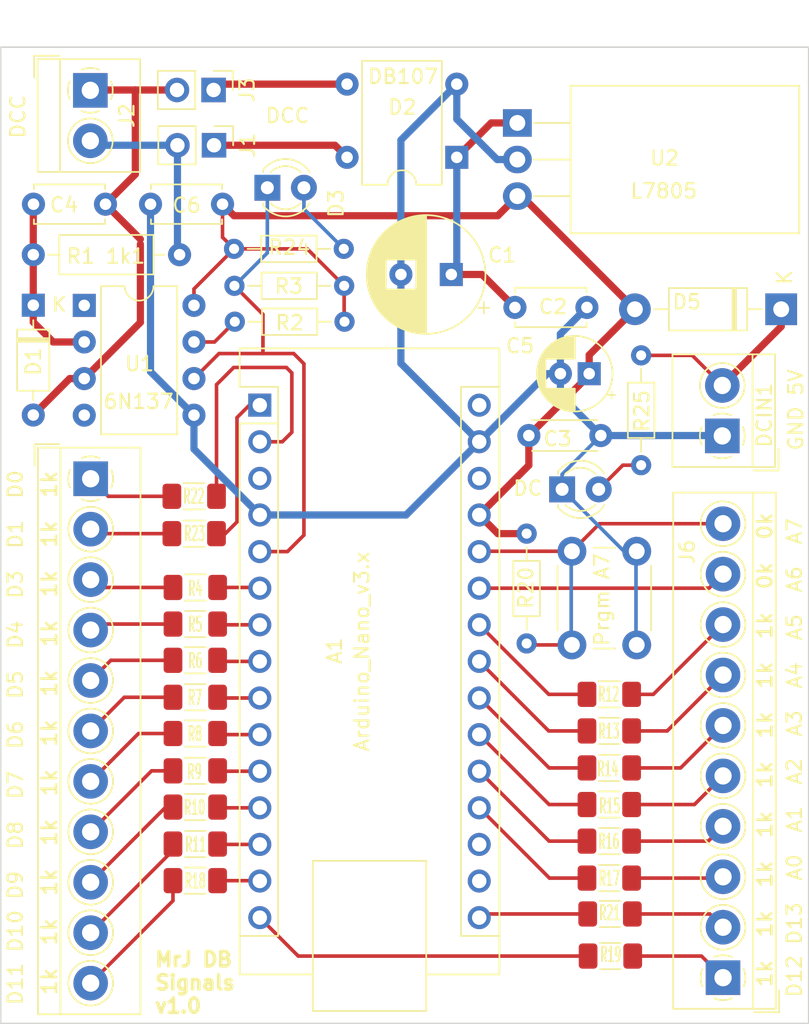
<source format=kicad_pcb>
(kicad_pcb (version 20221018) (generator pcbnew)
  (layers (0 "F.Cu" signal) (31 "B.Cu" signal) (34 "B.Paste" user) (35 "F.Paste" user) (36 "B.SilkS" user "B.Silkscreen") (37 "F.SilkS" user "F.Silkscreen") (38 "B.Mask" user) (39 "F.Mask" user) (44 "Edge.Cuts" user))
  (net 0 "")
  (net 1 "Net-(A1-D1{slash}TX)")
  (net 2 "Net-(A1-D0{slash}RX)")
  (net 4 "Net-(A1-D2)")
  (net 5 "Net-(A1-D3)")
  (net 6 "Net-(A1-D4)")
  (net 7 "Net-(A1-D5)")
  (net 8 "Net-(A1-D6)")
  (net 9 "Net-(A1-D7)")
  (net 10 "Net-(A1-D8)")
  (net 11 "Net-(A1-D9)")
  (net 12 "Net-(A1-D10)")
  (net 13 "Net-(A1-D11)")
  (net 14 "Net-(A1-D12)")
  (net 15 "Net-(A1-D13)")
  (net 18 "Net-(A1-A0)")
  (net 19 "Net-(A1-A1)")
  (net 20 "Net-(A1-A2)")
  (net 21 "Net-(A1-A3)")
  (net 22 "Net-(A1-A4)")
  (net 23 "Net-(A1-A5)")
  (net 24 "Net-(A1-A6)")
  (net 26 "Net-(R2-Pad1)")
  (net 27 "Net-(D2-+)")
  (net 28 "Net-(D1-K)")
  (net 29 "Net-(D1-A)")
  (net 30 "GNDD")
  (net 31 "+5V")
  (net 32 "Net-(J5-Pin_1)")
  (net 33 "Net-(J5-Pin_2)")
  (net 34 "Net-(J5-Pin_3)")
  (net 35 "Net-(J5-Pin_4)")
  (net 36 "Net-(J5-Pin_5)")
  (net 37 "Net-(J5-Pin_6)")
  (net 38 "Net-(J5-Pin_7)")
  (net 39 "Net-(J5-Pin_8)")
  (net 42 "Net-(J5-Pin_9)")
  (net 43 "Net-(J5-Pin_10)")
  (net 44 "Net-(J5-Pin_11)")
  (net 46 "Net-(D3-A)")
  (net 47 "Net-(D4-A)")
  (net 48 "Net-(D5-K)")
  (net 49 "Net-(J3-Pin_1)")
  (net 50 "Net-(J6-Pin_6)")
  (net 51 "Net-(J6-Pin_5)")
  (net 52 "Net-(J6-Pin_4)")
  (net 53 "Net-(J6-Pin_3)")
  (net 54 "Net-(J6-Pin_2)")
  (net 55 "Net-(J6-Pin_1)")
  (net 56 "Net-(J6-Pin_7)")
  (net 57 "Net-(J6-Pin_8)")
  (net 58 "Net-(A1-A7)")
  (net 59 "Net-(J1-Pin_1)")
  (net 60 "Net-(J1-Pin_2)")
  (footprint "Resistor_SMD:R_1206_3216Metric_Pad1.30x1.75mm_HandSolder" (layer "F.Cu") (at 105.1052 139.6492)
    (fp_text reference "R11" (at 0.0246 0.0254) (layer "F.SilkS") (effects (font (size 1 0.5) (thickness 0.125))))
    (fp_text value "1k" hide)
    (pad "1" smd roundrect (at -1.55 0) (size 1.3 1.75) (layers "F.Cu" "F.Paste" "F.Mask") (roundrect_rratio 0.1923076923) (net 43 "Net-(J5-Pin_10)"))
    (pad "2" smd roundrect (at 1.55 0) (size 1.3 1.75) (layers "F.Cu" "F.Paste" "F.Mask") (roundrect_rratio 0.1923076923) (net 12 "Net-(A1-D10)"))
  )
  (footprint "Resistor_SMD:R_1206_3216Metric_Pad1.30x1.75mm_HandSolder" (layer "F.Cu") (at 133.9088 144.5006)
    (fp_text reference "R21" (at -0.0246 -0.0762) (layer "F.SilkS") (effects (font (size 1 0.5) (thickness 0.125))))
    (fp_text value "1k" hide)
    (pad "1" smd roundrect (at -1.55 0) (size 1.3 1.75) (layers "F.Cu" "F.Paste" "F.Mask") (roundrect_rratio 0.1923076923) (net 15 "Net-(A1-D13)"))
    (pad "2" smd roundrect (at 1.55 0) (size 1.3 1.75) (layers "F.Cu" "F.Paste" "F.Mask") (roundrect_rratio 0.1923076923) (net 54 "Net-(J6-Pin_2)"))
  )
  (footprint "Resistor_SMD:R_1206_3216Metric_Pad1.30x1.75mm_HandSolder" (layer "F.Cu") (at 105.029 118.11)
    (fp_text reference "R23" (at 0.0254 0) (layer "F.SilkS") (effects (font (size 1 0.5) (thickness 0.125))))
    (fp_text value "1k" hide)
    (pad "1" smd roundrect (at -1.55 0) (size 1.3 1.75) (layers "F.Cu" "F.Paste" "F.Mask") (roundrect_rratio 0.1923076923) (net 33 "Net-(J5-Pin_2)"))
    (pad "2" smd roundrect (at 1.55 0) (size 1.3 1.75) (layers "F.Cu" "F.Paste" "F.Mask") (roundrect_rratio 0.1923076923) (net 1 "Net-(A1-D1{slash}TX)"))
  )
  (footprint "TerminalBlock_4Ucon:TerminalBlock_4Ucon_1x02_P3.50mm_Horizontal" (layer "F.Cu") (at 141.7066 111.3282 90)
    (fp_text reference "DCIN1" (at 1.4452 2.9194 90) (layer "F.SilkS"))
    (fp_text value "GND 5V" (at 1.8034 5.1054 90) (layer "F.SilkS" knockout))
    (pad "1" thru_hole rect (at 0 0 90) (size 2.4 2.4) (drill 1.2) (layers "*.Cu" "*.Mask") (net 30 "GNDD"))
    (pad "2" thru_hole circle (at 3.5 0 90) (size 2.4 2.4) (drill 1.2) (layers "*.Cu" "*.Mask") (net 48 "Net-(D5-K)"))
  )
  (footprint "Resistor_SMD:R_1206_3216Metric_Pad1.30x1.75mm_HandSolder" (layer "F.Cu") (at 105.029 115.5192)
    (fp_text reference "R22" (at -0.0254 0) (layer "F.SilkS") (effects (font (size 1 0.5))))
    (fp_text value "1k" hide)
    (pad "1" smd roundrect (at -1.55 0) (size 1.3 1.75) (layers "F.Cu" "F.Paste" "F.Mask") (roundrect_rratio 0.1923076923) (net 32 "Net-(J5-Pin_1)"))
    (pad "2" smd roundrect (at 1.55 0) (size 1.3 1.75) (layers "F.Cu" "F.Paste" "F.Mask") (roundrect_rratio 0.1923076923) (net 2 "Net-(A1-D0{slash}RX)"))
  )
  (footprint "Resistor_SMD:R_1206_3216Metric_Pad1.30x1.75mm_HandSolder" (layer "F.Cu") (at 133.858 129.2606 180)
    (fp_text reference "R12" (at 0.0514 0) (layer "F.SilkS") (effects (font (size 1 0.5) (thickness 0.125))))
    (fp_text value "1k" hide)
    (pad "1" smd roundrect (at -1.55 0 180) (size 1.3 1.75) (layers "F.Cu" "F.Paste" "F.Mask") (roundrect_rratio 0.1923076923) (net 57 "Net-(J6-Pin_8)"))
    (pad "2" smd roundrect (at 1.55 0 180) (size 1.3 1.75) (layers "F.Cu" "F.Paste" "F.Mask") (roundrect_rratio 0.1923076923) (net 23 "Net-(A1-A5)"))
  )
  (footprint "Capacitor_THT:C_Disc_D4.7mm_W2.5mm_P5.00mm" (layer "F.Cu") (at 93.8676 95.25)
    (fp_text reference "C4" (at 2.1136 0.0508) (layer "F.SilkS"))
    (fp_text value "220pF")
    (pad "1" thru_hole circle (at 0 0) (size 1.6 1.6) (drill 0.8) (layers "*.Cu" "*.Mask") (net 28 "Net-(D1-K)"))
    (pad "2" thru_hole circle (at 5 0) (size 1.6 1.6) (drill 0.8) (layers "*.Cu" "*.Mask") (net 29 "Net-(D1-A)"))
  )
  (footprint "Resistor_SMD:R_1206_3216Metric_Pad1.30x1.75mm_HandSolder" (layer "F.Cu") (at 105.106 131.9784)
    (fp_text reference "R8" (at -0.0262 0.0254) (layer "F.SilkS") (effects (font (size 1 0.5) (thickness 0.125))))
    (fp_text value "1k" hide)
    (pad "1" smd roundrect (at -1.55 0) (size 1.3 1.75) (layers "F.Cu" "F.Paste" "F.Mask") (roundrect_rratio 0.1923076923) (net 38 "Net-(J5-Pin_7)"))
    (pad "2" smd roundrect (at 1.55 0) (size 1.3 1.75) (layers "F.Cu" "F.Paste" "F.Mask") (roundrect_rratio 0.1923076923) (net 9 "Net-(A1-D7)"))
  )
  (footprint "TerminalBlock_4Ucon:TerminalBlock_4Ucon_1x11_P3.50mm_Horizontal" (layer "F.Cu") (at 97.8392 114.3006 -90)
    (fp_text reference "J5" hide)
    (fp_text value "D11 D10 D9  D8  D7  D6  D5  D4  D3  D1  D0" (at 17.9572 5.2308 90) (layer "F.SilkS" knockout))
    (pad "1" thru_hole rect (at 0 0 270) (size 2.4 2.4) (drill 1.2) (layers "*.Cu" "*.Mask") (net 32 "Net-(J5-Pin_1)"))
    (pad "2" thru_hole circle (at 3.5 0 270) (size 2.4 2.4) (drill 1.2) (layers "*.Cu" "*.Mask") (net 33 "Net-(J5-Pin_2)"))
    (pad "3" thru_hole circle (at 7 0 270) (size 2.4 2.4) (drill 1.2) (layers "*.Cu" "*.Mask") (net 34 "Net-(J5-Pin_3)"))
    (pad "4" thru_hole circle (at 10.5 0 270) (size 2.4 2.4) (drill 1.2) (layers "*.Cu" "*.Mask") (net 35 "Net-(J5-Pin_4)"))
    (pad "5" thru_hole circle (at 14 0 270) (size 2.4 2.4) (drill 1.2) (layers "*.Cu" "*.Mask") (net 36 "Net-(J5-Pin_5)"))
    (pad "6" thru_hole circle (at 17.5 0 270) (size 2.4 2.4) (drill 1.2) (layers "*.Cu" "*.Mask") (net 37 "Net-(J5-Pin_6)"))
    (pad "7" thru_hole circle (at 21 0 270) (size 2.4 2.4) (drill 1.2) (layers "*.Cu" "*.Mask") (net 38 "Net-(J5-Pin_7)"))
    (pad "8" thru_hole circle (at 24.5 0 270) (size 2.4 2.4) (drill 1.2) (layers "*.Cu" "*.Mask") (net 39 "Net-(J5-Pin_8)"))
    (pad "9" thru_hole circle (at 28 0 270) (size 2.4 2.4) (drill 1.2) (layers "*.Cu" "*.Mask") (net 42 "Net-(J5-Pin_9)"))
    (pad "10" thru_hole circle (at 31.5 0 270) (size 2.4 2.4) (drill 1.2) (layers "*.Cu" "*.Mask") (net 43 "Net-(J5-Pin_10)"))
    (pad "11" thru_hole circle (at 35 0 270) (size 2.4 2.4) (drill 1.2) (layers "*.Cu" "*.Mask") (net 44 "Net-(J5-Pin_11)"))
  )
  (footprint "Capacitor_THT:C_Disc_D4.7mm_W2.5mm_P5.00mm" (layer "F.Cu") (at 106.9956 95.25 180)
    (fp_text reference "C6" (at 2.5 -0.0762) (layer "F.SilkS"))
    (fp_text value "100nF")
    (pad "1" thru_hole circle (at 0 0 180) (size 1.6 1.6) (drill 0.8) (layers "*.Cu" "*.Mask") (net 31 "+5V"))
    (pad "2" thru_hole circle (at 5 0 180) (size 1.6 1.6) (drill 0.8) (layers "*.Cu" "*.Mask") (net 30 "GNDD"))
  )
  (footprint "Resistor_SMD:R_1206_3216Metric_Pad1.30x1.75mm_HandSolder" (layer "F.Cu") (at 105.1052 142.1892 180)
    (fp_text reference "R18" (at 0 -0.0254) (layer "F.SilkS") (effects (font (size 1 0.5) (thickness 0.125))))
    (fp_text value "1k" hide)
    (pad "1" smd roundrect (at -1.55 0 180) (size 1.3 1.75) (layers "F.Cu" "F.Paste" "F.Mask") (roundrect_rratio 0.1923076923) (net 13 "Net-(A1-D11)"))
    (pad "2" smd roundrect (at 1.55 0 180) (size 1.3 1.75) (layers "F.Cu" "F.Paste" "F.Mask") (roundrect_rratio 0.1923076923) (net 44 "Net-(J5-Pin_11)"))
  )
  (footprint "Package_DIP:DIP-8_W7.62mm" (layer "F.Cu") (at 97.3936 102.2704)
    (fp_text reference "U1" (at 3.8354 4.054) (layer "F.SilkS"))
    (fp_text value "6N137" (at 3.7746 6.6702) (layer "F.SilkS"))
    (pad "1" thru_hole rect (at 0 0) (size 1.6 1.6) (drill 0.8) (layers "*.Cu" "*.Mask"))
    (pad "2" thru_hole oval (at 0 2.54) (size 1.6 1.6) (drill 0.8) (layers "*.Cu" "*.Mask") (net 28 "Net-(D1-K)"))
    (pad "3" thru_hole oval (at 0 5.08) (size 1.6 1.6) (drill 0.8) (layers "*.Cu" "*.Mask") (net 29 "Net-(D1-A)"))
    (pad "4" thru_hole oval (at 0 7.62) (size 1.6 1.6) (drill 0.8) (layers "*.Cu" "*.Mask"))
    (pad "5" thru_hole oval (at 7.62 7.62) (size 1.6 1.6) (drill 0.8) (layers "*.Cu" "*.Mask") (net 30 "GNDD"))
    (pad "6" thru_hole oval (at 7.62 5.08) (size 1.6 1.6) (drill 0.8) (layers "*.Cu" "*.Mask") (net 4 "Net-(A1-D2)"))
    (pad "7" thru_hole oval (at 7.62 2.54) (size 1.6 1.6) (drill 0.8) (layers "*.Cu" "*.Mask") (net 26 "Net-(R2-Pad1)"))
    (pad "8" thru_hole oval (at 7.62 0) (size 1.6 1.6) (drill 0.8) (layers "*.Cu" "*.Mask") (net 31 "+5V"))
  )
  (footprint "Resistor_SMD:R_1206_3216Metric_Pad1.30x1.75mm_HandSolder" (layer "F.Cu") (at 133.858 131.8006 180)
    (fp_text reference "R13" (at 0.026 -0.0254) (layer "F.SilkS") (effects (font (size 1 0.5) (thickness 0.125))))
    (fp_text value "1k" hide)
    (pad "1" smd roundrect (at -1.55 0 180) (size 1.3 1.75) (layers "F.Cu" "F.Paste" "F.Mask") (roundrect_rratio 0.1923076923) (net 56 "Net-(J6-Pin_7)"))
    (pad "2" smd roundrect (at 1.55 0 180) (size 1.3 1.75) (layers "F.Cu" "F.Paste" "F.Mask") (roundrect_rratio 0.1923076923) (net 22 "Net-(A1-A4)"))
  )
  (footprint "TerminalBlock_4Ucon:TerminalBlock_4Ucon_1x10_P3.50mm_Horizontal" (layer "F.Cu") (at 141.7574 148.9202 90)
    (fp_text reference "J6" (at 29.5402 -2.4892 90) (layer "F.SilkS"))
    (fp_text value "D12 D13  A0  A1  A2  A3  A4  A5  A6  A7" (at 15.2654 4.953 90) (layer "F.SilkS" knockout))
    (pad "1" thru_hole rect (at 0 0 90) (size 2.4 2.4) (drill 1.2) (layers "*.Cu" "*.Mask") (net 55 "Net-(J6-Pin_1)"))
    (pad "2" thru_hole circle (at 3.5 0 90) (size 2.4 2.4) (drill 1.2) (layers "*.Cu" "*.Mask") (net 54 "Net-(J6-Pin_2)"))
    (pad "3" thru_hole circle (at 7 0 90) (size 2.4 2.4) (drill 1.2) (layers "*.Cu" "*.Mask") (net 53 "Net-(J6-Pin_3)"))
    (pad "4" thru_hole circle (at 10.5 0 90) (size 2.4 2.4) (drill 1.2) (layers "*.Cu" "*.Mask") (net 52 "Net-(J6-Pin_4)"))
    (pad "5" thru_hole circle (at 14 0 90) (size 2.4 2.4) (drill 1.2) (layers "*.Cu" "*.Mask") (net 51 "Net-(J6-Pin_5)"))
    (pad "6" thru_hole circle (at 17.5 0 90) (size 2.4 2.4) (drill 1.2) (layers "*.Cu" "*.Mask") (net 50 "Net-(J6-Pin_6)"))
    (pad "7" thru_hole circle (at 21 0 90) (size 2.4 2.4) (drill 1.2) (layers "*.Cu" "*.Mask") (net 56 "Net-(J6-Pin_7)"))
    (pad "8" thru_hole circle (at 24.5 0 90) (size 2.4 2.4) (drill 1.2) (layers "*.Cu" "*.Mask") (net 57 "Net-(J6-Pin_8)"))
    (pad "9" thru_hole circle (at 28 0 90) (size 2.4 2.4) (drill 1.2) (layers "*.Cu" "*.Mask") (net 24 "Net-(A1-A6)"))
    (pad "10" thru_hole circle (at 31.5 0 90) (size 2.4 2.4) (drill 1.2) (layers "*.Cu" "*.Mask") (net 58 "Net-(A1-A7)"))
  )
  (footprint "Connector_PinHeader_2.54mm:PinHeader_1x02_P2.54mm_Vertical" (layer "F.Cu") (at 106.3752 87.3252 -90)
    (fp_text reference "J3" (at 0 -2.33 90) (layer "F.SilkS"))
    (fp_text value "Conn_01x02_Pin")
    (pad "1" thru_hole rect (at 0 0 270) (size 1.7 1.7) (drill 1) (layers "*.Cu" "*.Mask") (net 49 "Net-(J3-Pin_1)"))
    (pad "2" thru_hole oval (at 0 2.54 270) (size 1.7 1.7) (drill 1) (layers "*.Cu" "*.Mask") (net 29 "Net-(D1-A)"))
  )
  (footprint "Diode_THT:Diode_Bridge_DIP-4_W7.62mm_P5.08mm" (layer "F.Cu") (at 123.2662 91.9988 180)
    (fp_text reference "D2" (at 3.7846 3.4798) (layer "F.SilkS"))
    (fp_text value "DB107" (at 3.7338 5.6134) (layer "F.SilkS"))
    (pad "1" thru_hole rect (at 0 0 180) (size 1.6 1.6) (drill 0.8) (layers "*.Cu" "*.Mask") (net 27 "Net-(D2-+)"))
    (pad "2" thru_hole oval (at 0 5.08 180) (size 1.6 1.6) (drill 0.8) (layers "*.Cu" "*.Mask") (net 30 "GNDD"))
    (pad "3" thru_hole oval (at 7.62 5.08 180) (size 1.6 1.6) (drill 0.8) (layers "*.Cu" "*.Mask") (net 49 "Net-(J3-Pin_1)"))
    (pad "4" thru_hole oval (at 7.62 0 180) (size 1.6 1.6) (drill 0.8) (layers "*.Cu" "*.Mask") (net 59 "Net-(J1-Pin_1)"))
  )
  (footprint "Resistor_SMD:R_1206_3216Metric_Pad1.30x1.75mm_HandSolder" (layer "F.Cu") (at 133.858 136.906 180)
    (fp_text reference "R15" (at -0.0248 -0.1016) (layer "F.SilkS") (effects (font (size 1 0.5) (thickness 0.125))))
    (fp_text value "1k" hide)
    (pad "1" smd roundrect (at -1.55 0 180) (size 1.3 1.75) (layers "F.Cu" "F.Paste" "F.Mask") (roundrect_rratio 0.1923076923) (net 51 "Net-(J6-Pin_5)"))
    (pad "2" smd roundrect (at 1.55 0 180) (size 1.3 1.75) (layers "F.Cu" "F.Paste" "F.Mask") (roundrect_rratio 0.1923076923) (net 20 "Net-(A1-A2)"))
  )
  (footprint "Resistor_SMD:R_1206_3216Metric_Pad1.30x1.75mm_HandSolder" (layer "F.Cu") (at 105.106 121.8438)
    (fp_text reference "R4" (at -0.0008 0.0762) (layer "F.SilkS") (effects (font (size 1 0.5) (thickness 0.125))))
    (fp_text value "1k" hide)
    (pad "1" smd roundrect (at -1.55 0) (size 1.3 1.75) (layers "F.Cu" "F.Paste" "F.Mask") (roundrect_rratio 0.1923076923) (net 34 "Net-(J5-Pin_3)"))
    (pad "2" smd roundrect (at 1.55 0) (size 1.3 1.75) (layers "F.Cu" "F.Paste" "F.Mask") (roundrect_rratio 0.1923076923) (net 5 "Net-(A1-D3)"))
  )
  (footprint "Resistor_SMD:R_1206_3216Metric_Pad1.30x1.75mm_HandSolder" (layer "F.Cu") (at 105.106 126.8984)
    (fp_text reference "R6" (at 0 0.0254) (layer "F.SilkS") (effects (font (size 1 0.5) (thickness 0.125))))
    (fp_text value "1k" hide)
    (pad "1" smd roundrect (at -1.55 0) (size 1.3 1.75) (layers "F.Cu" "F.Paste" "F.Mask") (roundrect_rratio 0.1923076923) (net 36 "Net-(J5-Pin_5)"))
    (pad "2" smd roundrect (at 1.55 0) (size 1.3 1.75) (layers "F.Cu" "F.Paste" "F.Mask") (roundrect_rratio 0.1923076923) (net 7 "Net-(A1-D5)"))
  )
  (footprint "Resistor_SMD:R_1206_3216Metric_Pad1.30x1.75mm_HandSolder" (layer "F.Cu") (at 133.858 134.366 180)
    (fp_text reference "R14" (at 0.1022 -0.0762) (layer "F.SilkS") (effects (font (size 1 0.5) (thickness 0.125))))
    (fp_text value "1k" hide)
    (pad "1" smd roundrect (at -1.55 0 180) (size 1.3 1.75) (layers "F.Cu" "F.Paste" "F.Mask") (roundrect_rratio 0.1923076923) (net 50 "Net-(J6-Pin_6)"))
    (pad "2" smd roundrect (at 1.55 0 180) (size 1.3 1.75) (layers "F.Cu" "F.Paste" "F.Mask") (roundrect_rratio 0.1923076923) (net 21 "Net-(A1-A3)"))
  )
  (footprint "Resistor_SMD:R_1206_3216Metric_Pad1.30x1.75mm_HandSolder" (layer "F.Cu") (at 105.106 124.3838)
    (fp_text reference "R5" (at 0 0.0254) (layer "F.SilkS") (effects (font (size 1 0.5) (thickness 0.125))))
    (fp_text value "1k" hide)
    (pad "1" smd roundrect (at -1.55 0) (size 1.3 1.75) (layers "F.Cu" "F.Paste" "F.Mask") (roundrect_rratio 0.1923076923) (net 35 "Net-(J5-Pin_4)"))
    (pad "2" smd roundrect (at 1.55 0) (size 1.3 1.75) (layers "F.Cu" "F.Paste" "F.Mask") (roundrect_rratio 0.1923076923) (net 6 "Net-(A1-D4)"))
  )
  (footprint "Resistor_SMD:R_1206_3216Metric_Pad1.30x1.75mm_HandSolder" (layer "F.Cu") (at 133.858 139.446 180)
    (fp_text reference "R16" (at 0.026 -0.0254) (layer "F.SilkS") (effects (font (size 1 0.5) (thickness 0.125))))
    (fp_text value "1k" hide)
    (pad "1" smd roundrect (at -1.55 0 180) (size 1.3 1.75) (layers "F.Cu" "F.Paste" "F.Mask") (roundrect_rratio 0.1923076923) (net 52 "Net-(J6-Pin_4)"))
    (pad "2" smd roundrect (at 1.55 0 180) (size 1.3 1.75) (layers "F.Cu" "F.Paste" "F.Mask") (roundrect_rratio 0.1923076923) (net 19 "Net-(A1-A1)"))
  )
  (footprint "Resistor_SMD:R_1206_3216Metric_Pad1.30x1.75mm_HandSolder" (layer "F.Cu") (at 105.106 134.5692)
    (fp_text reference "R9" (at -0.0516 0.0762) (layer "F.SilkS") (effects (font (size 1 0.5) (thickness 0.125))))
    (fp_text value "1k" hide)
    (pad "1" smd roundrect (at -1.55 0) (size 1.3 1.75) (layers "F.Cu" "F.Paste" "F.Mask") (roundrect_rratio 0.1923076923) (net 39 "Net-(J5-Pin_8)"))
    (pad "2" smd roundrect (at 1.55 0) (size 1.3 1.75) (layers "F.Cu" "F.Paste" "F.Mask") (roundrect_rratio 0.1923076923) (net 10 "Net-(A1-D8)"))
  )
  (footprint "Connector_PinHeader_2.54mm:PinHeader_1x02_P2.54mm_Vertical" (layer "F.Cu") (at 106.4056 91.1606 -90)
    (fp_text reference "J1" (at 0 -2.33 90) (layer "F.SilkS"))
    (fp_text value "Conn_01x02_Pin")
    (pad "1" thru_hole rect (at 0 0 270) (size 1.7 1.7) (drill 1) (layers "*.Cu" "*.Mask") (net 59 "Net-(J1-Pin_1)"))
    (pad "2" thru_hole oval (at 0 2.54 270) (size 1.7 1.7) (drill 1) (layers "*.Cu" "*.Mask") (net 60 "Net-(J1-Pin_2)"))
  )
  (footprint "Resistor_SMD:R_1206_3216Metric_Pad1.30x1.75mm_HandSolder" (layer "F.Cu") (at 133.858 142.0114 180)
    (fp_text reference "R17" (at 0.0006 -0.0254) (layer "F.SilkS") (effects (font (size 1 0.5) (thickness 0.125))))
    (fp_text value "1k" hide)
    (pad "1" smd roundrect (at -1.55 0 180) (size 1.3 1.75) (layers "F.Cu" "F.Paste" "F.Mask") (roundrect_rratio 0.1923076923) (net 53 "Net-(J6-Pin_3)"))
    (pad "2" smd roundrect (at 1.55 0 180) (size 1.3 1.75) (layers "F.Cu" "F.Paste" "F.Mask") (roundrect_rratio 0.1923076923) (net 18 "Net-(A1-A0)"))
  )
  (footprint "TerminalBlock_4Ucon:TerminalBlock_4Ucon_1x02_P3.50mm_Horizontal" (layer "F.Cu") (at 97.8154 87.3506 -90)
    (fp_text reference "J2" (at 1.7474 -2.54 90) (layer "F.SilkS"))
    (fp_text value "DCC" (at 1.8236 5.0292 90) (layer "F.SilkS" knockout))
    (pad "1" thru_hole rect (at 0 0 270) (size 2.4 2.4) (drill 1.2) (layers "*.Cu" "*.Mask") (net 29 "Net-(D1-A)"))
    (pad "2" thru_hole circle (at 3.5 0 270) (size 2.4 2.4) (drill 1.2) (layers "*.Cu" "*.Mask") (net 60 "Net-(J1-Pin_2)"))
  )
  (footprint "Resistor_THT:R_Axial_DIN0204_L3.6mm_D1.6mm_P7.62mm_Horizontal" (layer "F.Cu") (at 107.8484 103.4034)
    (fp_text reference "R2" (at 3.81 0.0762) (layer "F.SilkS"))
    (fp_text value "10k" hide)
    (pad "1" thru_hole circle (at 0 0) (size 1.4 1.4) (drill 0.7) (layers "*.Cu" "*.Mask") (net 26 "Net-(R2-Pad1)"))
    (pad "2" thru_hole oval (at 7.62 0) (size 1.4 1.4) (drill 0.7) (layers "*.Cu" "*.Mask") (net 31 "+5V"))
  )
  (footprint "Diode_THT:D_DO-41_SOD81_P10.16mm_Horizontal" (layer "F.Cu") (at 145.796 102.5398 180)
    (fp_text reference "D5" (at 6.5532 0.508) (layer "F.SilkS"))
    (fp_text value "1N5817" hide)
    (fp_text user "K" (at -0.2286 2.2098 90) (layer "F.SilkS"))
    (pad "1" thru_hole rect (at 0 0 180) (size 2.2 2.2) (drill 1.1) (layers "*.Cu" "*.Mask") (net 48 "Net-(D5-K)"))
    (pad "2" thru_hole oval (at 10.16 0 180) (size 2.2 2.2) (drill 1.1) (layers "*.Cu" "*.Mask") (net 31 "+5V"))
  )
  (footprint "Capacitor_THT:CP_Radial_D5.0mm_P2.00mm" (layer "F.Cu") (at 132.461 107.0102 180)
    (fp_text reference "C5" (at 4.8006 1.9304) (layer "F.SilkS"))
    (fp_text value "47µF")
    (pad "1" thru_hole rect (at 0 0 180) (size 1.6 1.6) (drill 0.8) (layers "*.Cu" "*.Mask") (net 31 "+5V"))
    (pad "2" thru_hole circle (at 2 0 180) (size 1.6 1.6) (drill 0.8) (layers "*.Cu" "*.Mask") (net 30 "GNDD"))
  )
  (footprint "Capacitor_THT:CP_Radial_D8.0mm_P3.50mm" (layer "F.Cu") (at 122.8852 100.1268 180)
    (fp_text reference "C1" (at -3.5306 1.3462 180) (layer "F.SilkS"))
    (fp_text value "470µF")
    (pad "1" thru_hole rect (at 0 0 180) (size 1.6 1.6) (drill 0.8) (layers "*.Cu" "*.Mask") (net 27 "Net-(D2-+)"))
    (pad "2" thru_hole circle (at 3.5 0 180) (size 1.6 1.6) (drill 0.8) (layers "*.Cu" "*.Mask") (net 30 "GNDD"))
  )
  (footprint "Resistor_THT:R_Axial_DIN0204_L3.6mm_D1.6mm_P7.62mm_Horizontal" (layer "F.Cu") (at 128.1176 118.11 -90)
    (fp_text reference "R20" (at 3.7592 0.0508 90) (layer "F.SilkS"))
    (fp_text value "10k" hide)
    (pad "1" thru_hole circle (at 0 0 270) (size 1.4 1.4) (drill 0.7) (layers "*.Cu" "*.Mask") (net 31 "+5V"))
    (pad "2" thru_hole oval (at 7.62 0 270) (size 1.4 1.4) (drill 0.7) (layers "*.Cu" "*.Mask") (net 58 "Net-(A1-A7)"))
  )
  (footprint "Resistor_THT:R_Axial_DIN0207_L6.3mm_D2.5mm_P10.16mm_Horizontal" (layer "F.Cu") (at 93.853 98.7552)
    (fp_text reference "R1" (at 3.302 0.1016) (layer "F.SilkS"))
    (fp_text value "1k1" (at 6.4008 0.1016) (layer "F.SilkS"))
    (pad "1" thru_hole circle (at 0 0) (size 1.6 1.6) (drill 0.8) (layers "*.Cu" "*.Mask") (net 28 "Net-(D1-K)"))
    (pad "2" thru_hole oval (at 10.16 0) (size 1.6 1.6) (drill 0.8) (layers "*.Cu" "*.Mask") (net 60 "Net-(J1-Pin_2)"))
  )
  (footprint "Module:Arduino_Nano" (layer "F.Cu") (at 109.5856 109.1946)
    (fp_text reference "A1" (at 5.1816 17.038 90) (layer "F.SilkS"))
    (fp_text value "Arduino_Nano_v3.x" (at 7.0866 17.0942 90) (layer "F.SilkS"))
    (pad "1" thru_hole rect (at 0 0) (size 1.6 1.6) (drill 1) (layers "*.Cu" "*.Mask") (net 1 "Net-(A1-D1{slash}TX)"))
    (pad "2" thru_hole oval (at 0 2.54) (size 1.6 1.6) (drill 1) (layers "*.Cu" "*.Mask") (net 2 "Net-(A1-D0{slash}RX)"))
    (pad "3" thru_hole oval (at 0 5.08) (size 1.6 1.6) (drill 1) (layers "*.Cu" "*.Mask"))
    (pad "4" thru_hole oval (at 0 7.62) (size 1.6 1.6) (drill 1) (layers "*.Cu" "*.Mask") (net 30 "GNDD"))
    (pad "5" thru_hole oval (at 0 10.16) (size 1.6 1.6) (drill 1) (layers "*.Cu" "*.Mask") (net 4 "Net-(A1-D2)"))
    (pad "6" thru_hole oval (at 0 12.7) (size 1.6 1.6) (drill 1) (layers "*.Cu" "*.Mask") (net 5 "Net-(A1-D3)"))
    (pad "7" thru_hole oval (at 0 15.24) (size 1.6 1.6) (drill 1) (layers "*.Cu" "*.Mask") (net 6 "Net-(A1-D4)"))
    (pad "8" thru_hole oval (at 0 17.78) (size 1.6 1.6) (drill 1) (layers "*.Cu" "*.Mask") (net 7 "Net-(A1-D5)"))
    (pad "9" thru_hole oval (at 0 20.32) (size 1.6 1.6) (drill 1) (layers "*.Cu" "*.Mask") (net 8 "Net-(A1-D6)"))
    (pad "10" thru_hole oval (at 0 22.86) (size 1.6 1.6) (drill 1) (layers "*.Cu" "*.Mask") (net 9 "Net-(A1-D7)"))
    (pad "11" thru_hole oval (at 0 25.4) (size 1.6 1.6) (drill 1) (layers "*.Cu" "*.Mask") (net 10 "Net-(A1-D8)"))
    (pad "12" thru_hole oval (at 0 27.94) (size 1.6 1.6) (drill 1) (layers "*.Cu" "*.Mask") (net 11 "Net-(A1-D9)"))
    (pad "13" thru_hole oval (at 0 30.48) (size 1.6 1.6) (drill 1) (layers "*.Cu" "*.Mask") (net 12 "Net-(A1-D10)"))
    (pad "14" thru_hole oval (at 0 33.02) (size 1.6 1.6) (drill 1) (layers "*.Cu" "*.Mask") (net 13 "Net-(A1-D11)"))
    (pad "15" thru_hole oval (at 0 35.56) (size 1.6 1.6) (drill 1) (layers "*.Cu" "*.Mask") (net 14 "Net-(A1-D12)"))
    (pad "16" thru_hole oval (at 15.24 35.56) (size 1.6 1.6) (drill 1) (layers "*.Cu" "*.Mask") (net 15 "Net-(A1-D13)"))
    (pad "17" thru_hole oval (at 15.24 33.02) (size 1.6 1.6) (drill 1) (layers "*.Cu" "*.Mask"))
    (pad "18" thru_hole oval (at 15.24 30.48) (size 1.6 1.6) (drill 1) (layers "*.Cu" "*.Mask"))
    (pad "19" thru_hole oval (at 15.24 27.94) (size 1.6 1.6) (drill 1) (layers "*.Cu" "*.Mask") (net 18 "Net-(A1-A0)"))
    (pad "20" thru_hole oval (at 15.24 25.4) (size 1.6 1.6) (drill 1) (layers "*.Cu" "*.Mask") (net 19 "Net-(A1-A1)"))
    (pad "21" thru_hole oval (at 15.24 22.86) (size 1.6 1.6) (drill 1) (layers "*.Cu" "*.Mask") (net 20 "Net-(A1-A2)"))
    (pad "22" thru_hole oval (at 15.24 20.32) (size 1.6 1.6) (drill 1) (layers "*.Cu" "*.Mask") (net 21 "Net-(A1-A3)"))
    (pad "23" thru_hole oval (at 15.24 17.78) (size 1.6 1.6) (drill 1) (layers "*.Cu" "*.Mask") (net 22 "Net-(A1-A4)"))
    (pad "24" thru_hole oval (at 15.24 15.24) (size 1.6 1.6) (drill 1) (layers "*.Cu" "*.Mask") (net 23 "Net-(A1-A5)"))
    (pad "25" thru_hole oval (at 15.24 12.7) (size 1.6 1.6) (drill 1) (layers "*.Cu" "*.Mask") (net 24 "Net-(A1-A6)"))
    (pad "26" thru_hole oval (at 15.24 10.16) (size 1.6 1.6) (drill 1) (layers "*.Cu" "*.Mask") (net 58 "Net-(A1-A7)"))
    (pad "27" thru_hole oval (at 15.24 7.62) (size 1.6 1.6) (drill 1) (layers "*.Cu" "*.Mask") (net 31 "+5V"))
    (pad "28" thru_hole oval (at 15.24 5.08) (size 1.6 1.6) (drill 1) (layers "*.Cu" "*.Mask"))
    (pad "29" thru_hole oval (at 15.24 2.54) (size 1.6 1.6) (drill 1) (layers "*.Cu" "*.Mask") (net 30 "GNDD"))
    (pad "30" thru_hole oval (at 15.24 0) (size 1.6 1.6) (drill 1) (layers "*.Cu" "*.Mask"))
  )
  (footprint "Package_TO_SOT_THT:TO-220-3_Horizontal_TabDown" (layer "F.Cu") (at 127.4728 89.6112 -90)
    (fp_text reference "U2" (at 2.4384 -10.2206) (layer "F.SilkS"))
    (fp_text value "L7805" (at 4.7244 -10.1698) (layer "F.SilkS"))
    (pad "" np_thru_hole oval (at 2.54 -16.66 270) (size 3.5 3.5) (drill 3.5) (layers "*.Cu" "*.Mask"))
    (pad "1" thru_hole rect (at 0 0 270) (size 1.905 2) (drill 1.1) (layers "*.Cu" "*.Mask") (net 27 "Net-(D2-+)"))
    (pad "2" thru_hole oval (at 2.54 0 270) (size 1.905 2) (drill 1.1) (layers "*.Cu" "*.Mask") (net 30 "GNDD"))
    (pad "3" thru_hole oval (at 5.08 0 270) (size 1.905 2) (drill 1.1) (layers "*.Cu" "*.Mask") (net 31 "+5V"))
  )
  (footprint "Resistor_THT:R_Axial_DIN0204_L3.6mm_D1.6mm_P7.62mm_Horizontal" (layer "F.Cu") (at 115.4176 98.3488 180)
    (fp_text reference "R24" (at 3.7846 0.1016) (layer "F.SilkS"))
    (fp_text value "2k" hide)
    (pad "1" thru_hole circle (at 0 0 180) (size 1.4 1.4) (drill 0.7) (layers "*.Cu" "*.Mask") (net 46 "Net-(D3-A)"))
    (pad "2" thru_hole oval (at 7.62 0 180) (size 1.4 1.4) (drill 0.7) (layers "*.Cu" "*.Mask") (net 31 "+5V"))
  )
  (footprint "Resistor_SMD:R_1206_3216Metric_Pad1.30x1.75mm_HandSolder" (layer "F.Cu") (at 133.9342 147.4216)
    (fp_text reference "R19" (at 0.0262 -0.1016) (layer "F.SilkS") (effects (font (size 1 0.5) (thickness 0.125))))
    (fp_text value "1k" hide)
    (pad "1" smd roundrect (at -1.55 0) (size 1.3 1.75) (layers "F.Cu" "F.Paste" "F.Mask") (roundrect_rratio 0.1923076923) (net 14 "Net-(A1-D12)"))
    (pad "2" smd roundrect (at 1.55 0) (size 1.3 1.75) (layers "F.Cu" "F.Paste" "F.Mask") (roundrect_rratio 0.1923076923) (net 55 "Net-(J6-Pin_1)"))
  )
  (footprint "Resistor_SMD:R_1206_3216Metric_Pad1.30x1.75mm_HandSolder" (layer "F.Cu") (at 105.106 129.4638)
    (fp_text reference "R7" (at -0.0262 0.0254) (layer "F.SilkS") (effects (font (size 1 0.5) (thickness 0.125))))
    (fp_text value "1k" hide)
    (pad "1" smd roundrect (at -1.55 0) (size 1.3 1.75) (layers "F.Cu" "F.Paste" "F.Mask") (roundrect_rratio 0.1923076923) (net 37 "Net-(J5-Pin_6)"))
    (pad "2" smd roundrect (at 1.55 0) (size 1.3 1.75) (layers "F.Cu" "F.Paste" "F.Mask") (roundrect_rratio 0.1923076923) (net 8 "Net-(A1-D6)"))
  )
  (footprint "Capacitor_THT:C_Disc_D4.3mm_W1.9mm_P5.00mm" (layer "F.Cu") (at 128.27 111.3028)
    (fp_text reference "C3" (at 1.992 0.2286) (layer "F.SilkS"))
    (fp_text value "100nF" hide)
    (pad "1" thru_hole circle (at 0 0) (size 1.6 1.6) (drill 0.8) (layers "*.Cu" "*.Mask") (net 31 "+5V"))
    (pad "2" thru_hole circle (at 5 0) (size 1.6 1.6) (drill 0.8) (layers "*.Cu" "*.Mask") (net 30 "GNDD"))
  )
  (footprint "LED_THT:LED_D3.0mm" (layer "F.Cu") (at 110.109 94.107)
    (fp_text reference "D3" (at 4.7752 1.0922 90) (layer "F.SilkS"))
    (fp_text value "DCC" (at 1.397 -5.0038 180) (layer "F.SilkS"))
    (pad "1" thru_hole rect (at 0 0) (size 1.8 1.8) (drill 0.9) (layers "*.Cu" "*.Mask") (net 4 "Net-(A1-D2)"))
    (pad "2" thru_hole circle (at 2.54 0) (size 1.8 1.8) (drill 0.9) (layers "*.Cu" "*.Mask") (net 46 "Net-(D3-A)"))
  )
  (footprint "Resistor_THT:R_Axial_DIN0204_L3.6mm_D1.6mm_P7.62mm_Horizontal" (layer "F.Cu") (at 107.823 100.9142)
    (fp_text reference "R3" (at 3.7846 0.0254) (layer "F.SilkS"))
    (fp_text value "10k" hide)
    (pad "1" thru_hole circle (at 0 0) (size 1.4 1.4) (drill 0.7) (layers "*.Cu" "*.Mask") (net 4 "Net-(A1-D2)"))
    (pad "2" thru_hole oval (at 7.62 0) (size 1.4 1.4) (drill 0.7) (layers "*.Cu" "*.Mask") (net 31 "+5V"))
  )
  (footprint "Resistor_THT:R_Axial_DIN0204_L3.6mm_D1.6mm_P7.62mm_Horizontal" (layer "F.Cu") (at 136.0678 113.3602 90)
    (fp_text reference "R25" (at 3.7592 0.0508 90) (layer "F.SilkS"))
    (fp_text value "1k" hide)
    (pad "1" thru_hole circle (at 0 0 90) (size 1.4 1.4) (drill 0.7) (layers "*.Cu" "*.Mask") (net 47 "Net-(D4-A)"))
    (pad "2" thru_hole oval (at 7.62 0 90) (size 1.4 1.4) (drill 0.7) (layers "*.Cu" "*.Mask") (net 48 "Net-(D5-K)"))
  )
  (footprint "Resistor_SMD:R_1206_3216Metric_Pad1.30x1.75mm_HandSolder" (layer "F.Cu") (at 105.1052 137.0838)
    (fp_text reference "R10" (at -0.0516 0.0254) (layer "F.SilkS") (effects (font (size 1 0.5) (thickness 0.125))))
    (fp_text value "1k" hide)
    (pad "1" smd roundrect (at -1.55 0) (size 1.3 1.75) (layers "F.Cu" "F.Paste" "F.Mask") (roundrect_rratio 0.1923076923) (net 42 "Net-(J5-Pin_9)"))
    (pad "2" smd roundrect (at 1.55 0) (size 1.3 1.75) (layers "F.Cu" "F.Paste" "F.Mask") (roundrect_rratio 0.1923076923) (net 11 "Net-(A1-D9)"))
  )
  (footprint "Capacitor_THT:C_Disc_D4.7mm_W2.5mm_P5.00mm" (layer "F.Cu") (at 127.3048 102.4128)
    (fp_text reference "C2" (at 2.6416 -0.0508) (layer "F.SilkS"))
    (fp_text value "100nF")
    (pad "1" thru_hole circle (at 0 0) (size 1.6 1.6) (drill 0.8) (layers "*.Cu" "*.Mask") (net 27 "Net-(D2-+)"))
    (pad "2" thru_hole circle (at 5 0) (size 1.6 1.6) (drill 0.8) (layers "*.Cu" "*.Mask") (net 30 "GNDD"))
  )
  (footprint "LED_THT:LED_D3.0mm" (layer "F.Cu") (at 130.5814 115.0366)
    (fp_text reference "D4" hide)
    (fp_text value "DC" (at -2.3876 -0.0762 180) (layer "F.SilkS"))
    (pad "1" thru_hole rect (at 0 0) (size 1.8 1.8) (drill 0.9) (layers "*.Cu" "*.Mask") (net 30 "GNDD"))
    (pad "2" thru_hole circle (at 2.54 0) (size 1.8 1.8) (drill 0.9) (layers "*.Cu" "*.Mask") (net 47 "Net-(D4-A)"))
  )
  (footprint "Button_Switch_THT:SW_PUSH_6mm_H5mm" (layer "F.Cu") (at 131.263 125.8316 90)
    (fp_text reference "SW1" hide)
    (fp_text value "Prgm A7" (at 3.1496 2.087 90) (layer "F.SilkS" knockout))
    (pad "1" thru_hole circle (at 0 0 180) (size 2 2) (drill 1.1) (layers "*.Cu" "*.Mask") (net 58 "Net-(A1-A7)"))
    (pad "1" thru_hole circle (at 6.5 0 180) (size 2 2) (drill 1.1) (layers "*.Cu" "*.Mask") (net 58 "Net-(A1-A7)"))
    (pad "2" thru_hole circle (at 0 4.5 180) (size 2 2) (drill 1.1) (layers "*.Cu" "*.Mask") (net 30 "GNDD"))
    (pad "2" thru_hole circle (at 6.5 4.5 180) (size 2 2) (drill 1.1) (layers "*.Cu" "*.Mask") (net 30 "GNDD"))
  )
  (footprint "Diode_THT:D_DO-35_SOD27_P7.62mm_Horizontal" (layer "F.Cu") (at 93.853 102.2604 -90)
    (fp_text reference "D1" (at 3.9116 0 90) (layer "F.SilkS"))
    (fp_text value "1N4148" hide)
    (fp_text user "K" (at -0.0508 -1.8034 -180) (layer "F.SilkS"))
    (pad "1" thru_hole rect (at 0 0 270) (size 1.6 1.6) (drill 0.8) (layers "*.Cu" "*.Mask") (net 28 "Net-(D1-K)"))
    (pad "2" thru_hole oval (at 7.62 0 270) (size 1.6 1.6) (drill 0.8) (layers "*.Cu" "*.Mask") (net 29 "Net-(D1-A)"))
  )
  (gr_rect (start 91.5924 84.3534) (end 147.701 152.0952) (stroke (width 0.1)) (fill none) (layer "Edge.Cuts"))
  (gr_text "1k  1k  1k  1k  1k  1k  1k  1k  0k  0k" (at 145.2372 149.6822 90) (layer "F.SilkS") (effects (font (size 1 1.05) (thickness 0.1875) bold) (justify left bottom)))
  (gr_text "MrJ DB\nSignals\nv1.0" (at 102.1842 151.4602) (layer "F.SilkS") (effects (font (size 1 1) (thickness 0.3) bold) (justify left bottom)))
  (gr_text "1k  1k  1k  1k  1k  1k  1k  1k  1k  1k  1k" (at 95.5548 150.241 90) (layer "F.SilkS") (effects (font (size 1 1.05) (thickness 0.1875) bold) (justify left bottom)))
  (segment (start 108.0008 110.0582) (end 108.8644 109.1946) (width 0.25) (layer "F.Cu") (net 1))
  (segment (start 106.579 118.11) (end 107.188 118.11) (width 0.25) (layer "F.Cu") (net 1))
  (segment (start 107.188 118.11) (end 108.0008 117.2972) (width 0.25) (layer "F.Cu") (net 1))
  (segment (start 108.0008 117.2972) (end 108.0008 110.0582) (width 0.25) (layer "F.Cu") (net 1))
  (segment (start 108.8644 109.1946) (end 109.5856 109.1946) (width 0.25) (layer "F.Cu") (net 1))
  (segment (start 111.8108 106.9594) (end 111.8108 111.0742) (width 0.25) (layer "F.Cu") (net 2))
  (segment (start 111.1504 111.7346) (end 109.5856 111.7346) (width 0.25) (layer "F.Cu") (net 2))
  (segment (start 111.4298 106.5784) (end 111.8108 106.9594) (width 0.25) (layer "F.Cu") (net 2))
  (segment (start 107.7722 106.5784) (end 111.4298 106.5784) (width 0.25) (layer "F.Cu") (net 2))
  (segment (start 111.8108 111.0742) (end 111.1504 111.7346) (width 0.25) (layer "F.Cu") (net 2))
  (segment (start 106.579 107.7716) (end 107.7722 106.5784) (width 0.25) (layer "F.Cu") (net 2))
  (segment (start 106.579 115.5192) (end 106.579 107.7716) (width 0.25) (layer "F.Cu") (net 2))
  (segment (start 111.506 119.3546) (end 112.649 118.2116) (width 0.25) (layer "F.Cu") (net 4))
  (segment (start 109.8042 105.6132) (end 106.7508 105.6132) (width 0.25) (layer "F.Cu") (net 4))
  (segment (start 109.5856 119.3546) (end 111.506 119.3546) (width 0.25) (layer "F.Cu") (net 4))
  (segment (start 106.7508 105.6132) (end 105.0136 107.3504) (width 0.25) (layer "F.Cu") (net 4))
  (segment (start 107.823 100.9142) (end 109.8042 102.8954) (width 0.25) (layer "F.Cu") (net 4))
  (segment (start 112.649 106.3244) (end 111.9378 105.6132) (width 0.25) (layer "F.Cu") (net 4))
  (segment (start 111.9378 105.6132) (end 109.8042 105.6132) (width 0.25) (layer "F.Cu") (net 4))
  (segment (start 112.649 118.2116) (end 112.649 106.3244) (width 0.25) (layer "F.Cu") (net 4))
  (segment (start 109.8042 102.8954) (end 109.8042 105.6132) (width 0.25) (layer "F.Cu") (net 4))
  (segment (start 110.109 98.6282) (end 107.823 100.9142) (width 0.25) (layer "B.Cu") (net 4))
  (segment (start 110.109 94.107) (end 110.109 98.6282) (width 0.25) (layer "B.Cu") (net 4))
  (segment (start 106.656 121.8438) (end 109.5348 121.8438) (width 0.25) (layer "F.Cu") (net 5))
  (segment (start 109.5856 124.4346) (end 106.7068 124.4346) (width 0.25) (layer "F.Cu") (net 6))
  (segment (start 109.5856 126.9746) (end 106.7322 126.9746) (width 0.25) (layer "F.Cu") (net 7))
  (segment (start 109.5856 129.5146) (end 106.7068 129.5146) (width 0.25) (layer "F.Cu") (net 8))
  (segment (start 109.5856 132.0546) (end 106.7322 132.0546) (width 0.25) (layer "F.Cu") (net 9))
  (segment (start 109.5856 134.5946) (end 106.6814 134.5946) (width 0.25) (layer "F.Cu") (net 10))
  (segment (start 109.5856 137.1346) (end 106.706 137.1346) (width 0.25) (layer "F.Cu") (net 11))
  (segment (start 109.5856 139.6746) (end 106.6806 139.6746) (width 0.25) (layer "F.Cu") (net 12))
  (segment (start 106.6552 142.1892) (end 109.5602 142.1892) (width 0.25) (layer "F.Cu") (net 13))
  (segment (start 132.3842 147.4216) (end 112.2526 147.4216) (width 0.25) (layer "F.Cu") (net 14))
  (segment (start 112.2526 147.4216) (end 109.5856 144.7546) (width 0.25) (layer "F.Cu") (net 14))
  (segment (start 132.3588 144.5006) (end 125.0796 144.5006) (width 0.25) (layer "F.Cu") (net 15))
  (segment (start 129.7024 142.0114) (end 124.8256 137.1346) (width 0.25) (layer "F.Cu") (net 18))
  (segment (start 132.308 142.0114) (end 129.7024 142.0114) (width 0.25) (layer "F.Cu") (net 18))
  (segment (start 129.677 139.446) (end 124.8256 134.5946) (width 0.25) (layer "F.Cu") (net 19))
  (segment (start 132.308 139.446) (end 129.677 139.446) (width 0.25) (layer "F.Cu") (net 19))
  (segment (start 129.677 136.906) (end 124.8256 132.0546) (width 0.25) (layer "F.Cu") (net 20))
  (segment (start 132.308 136.906) (end 129.677 136.906) (width 0.25) (layer "F.Cu") (net 20))
  (segment (start 129.677 134.366) (end 124.8256 129.5146) (width 0.25) (layer "F.Cu") (net 21))
  (segment (start 132.308 134.366) (end 129.677 134.366) (width 0.25) (layer "F.Cu") (net 21))
  (segment (start 129.6516 131.8006) (end 124.8256 126.9746) (width 0.25) (layer "F.Cu") (net 22))
  (segment (start 132.308 131.8006) (end 129.6516 131.8006) (width 0.25) (layer "F.Cu") (net 22))
  (segment (start 132.308 129.2606) (end 129.6516 129.2606) (width 0.25) (layer "F.Cu") (net 23))
  (segment (start 129.6516 129.2606) (end 124.8256 124.4346) (width 0.25) (layer "F.Cu") (net 23))
  (segment (start 140.783 121.8946) (end 141.7574 120.9202) (width 0.25) (layer "F.Cu") (net 24))
  (segment (start 124.8256 121.8946) (end 140.783 121.8946) (width 0.25) (layer "F.Cu") (net 24))
  (segment (start 106.4414 104.8104) (end 107.8484 103.4034) (width 0.25) (layer "F.Cu") (net 26))
  (segment (start 105.0136 104.8104) (end 106.4414 104.8104) (width 0.25) (layer "F.Cu") (net 26))
  (segment (start 127.4728 89.6112) (end 125.6538 89.6112) (width 0.5) (layer "F.Cu") (net 27))
  (segment (start 122.8852 100.1268) (end 125.0188 100.1268) (width 0.5) (layer "F.Cu") (net 27))
  (segment (start 125.6538 89.6112) (end 123.2662 91.9988) (width 0.5) (layer "F.Cu") (net 27))
  (segment (start 125.0188 100.1268) (end 127.3048 102.4128) (width 0.5) (layer "F.Cu") (net 27))
  (segment (start 123.2662 91.9988) (end 123.2662 99.7458) (width 0.5) (layer "B.Cu") (net 27))
  (segment (start 95.2346 104.8104) (end 97.3936 104.8104) (width 0.5) (layer "F.Cu") (net 28))
  (segment (start 93.853 102.2604) (end 93.853 103.4288) (width 0.5) (layer "F.Cu") (net 28))
  (segment (start 93.853 102.2604) (end 93.853 98.7552) (width 0.5) (layer "F.Cu") (net 28))
  (segment (start 93.853 103.4288) (end 95.2346 104.8104) (width 0.5) (layer "F.Cu") (net 28))
  (segment (start 93.853 98.7552) (end 93.853 95.2646) (width 0.5) (layer "F.Cu") (net 28))
  (segment (start 101.2914 103.4526) (end 97.3936 107.3504) (width 0.5) (layer "F.Cu") (net 29))
  (segment (start 101.2914 97.6738) (end 101.2914 98.0186) (width 0.25) (layer "F.Cu") (net 29))
  (segment (start 100.9396 93.178) (end 100.9396 87.3252) (width 0.5) (layer "F.Cu") (net 29))
  (segment (start 98.8676 95.25) (end 101.2914 97.6738) (width 0.5) (layer "F.Cu") (net 29))
  (segment (start 96.383 107.3504) (end 97.3936 107.3504) (width 0.5) (layer "F.Cu") (net 29))
  (segment (start 98.8676 95.25) (end 100.9396 93.178) (width 0.5) (layer "F.Cu") (net 29))
  (segment (start 93.853 109.8804) (end 96.383 107.3504) (width 0.5) (layer "F.Cu") (net 29))
  (segment (start 103.8352 87.3252) (end 100.9396 87.3252) (width 0.5) (layer "F.Cu") (net 29))
  (segment (start 100.9396 87.3252) (end 97.8408 87.3252) (width 0.5) (layer "F.Cu") (net 29))
  (segment (start 101.2914 98.0186) (end 101.2914 103.4526) (width 0.5) (layer "F.Cu") (net 29))
  (segment (start 133.27 111.3028) (end 141.6812 111.3028) (width 0.5) (layer "B.Cu") (net 30))
  (segment (start 135.763 119.3316) (end 134.8764 119.3316) (width 0.25) (layer "B.Cu") (net 30))
  (segment (start 123.2662 89.3496) (end 123.2662 86.9188) (width 0.5) (layer "B.Cu") (net 30))
  (segment (start 119.3852 100.1268) (end 119.3852 106.2942) (width 0.5) (layer "B.Cu") (net 30))
  (segment (start 127.4728 92.1512) (end 126.0678 92.1512) (width 0.5) (layer "B.Cu") (net 30))
  (segment (start 119.7456 116.8146) (end 124.8256 111.7346) (width 0.5) (layer "B.Cu") (net 30))
  (segment (start 134.8764 119.3316) (end 130.5814 115.0366) (width 0.25) (layer "B.Cu") (net 30))
  (segment (start 130.5814 115.0366) (end 130.5814 113.9914) (width 0.25) (layer "B.Cu") (net 30))
  (segment (start 105.0136 112.2426) (end 105.0136 109.8904) (width 0.5) (layer "B.Cu") (net 30))
  (segment (start 109.5856 116.8146) (end 105.0136 112.2426) (width 0.5) (layer "B.Cu") (net 30))
  (segment (start 101.9956 106.8724) (end 105.0136 109.8904) (width 0.5) (layer "B.Cu") (net 30))
  (segment (start 135.7122 118.4426) (end 135.7122 124.9426) (width 0.25) (layer "B.Cu") (net 30))
  (segment (start 109.5856 116.8146) (end 119.7456 116.8146) (width 0.5) (layer "B.Cu") (net 30))
  (segment (start 124.8256 111.7346) (end 129.55 107.0102) (width 0.5) (layer "B.Cu") (net 30))
  (segment (start 130.461 104.2566) (end 132.3048 102.4128) (width 0.5) (layer "B.Cu") (net 30))
  (segment (start 129.55 107.0102) (end 130.461 107.0102) (width 0.5) (layer "B.Cu") (net 30))
  (segment (start 130.5814 113.9914) (end 133.27 111.3028) (width 0.25) (layer "B.Cu") (net 30))
  (segment (start 130.461 107.0102) (end 130.461 108.4938) (width 0.5) (layer "B.Cu") (net 30))
  (segment (start 119.3852 106.2942) (end 124.8256 111.7346) (width 0.5) (layer "B.Cu") (net 30))
  (segment (start 123.2662 86.9188) (end 119.3852 90.7998) (width 0.5) (layer "B.Cu") (net 30))
  (segment (start 130.461 108.4938) (end 133.27 111.3028) (width 0.5) (layer "B.Cu") (net 30))
  (segment (start 141.6812 111.3028) (end 141.7066 111.3282) (width 0.5) (layer "B.Cu") (net 30))
  (segment (start 130.461 107.0102) (end 130.461 104.2566) (width 0.5) (layer "B.Cu") (net 30))
  (segment (start 126.0678 92.1512) (end 123.2662 89.3496) (width 0.5) (layer "B.Cu") (net 30))
  (segment (start 101.9956 106.8724) (end 101.9956 95.25) (width 0.5) (layer "B.Cu") (net 30))
  (segment (start 119.3852 90.7998) (end 119.3852 100.1268) (width 0.5) (layer "B.Cu") (net 30))
  (segment (start 106.9956 97.5468) (end 107.7976 98.3488) (width 0.25) (layer "F.Cu") (net 31))
  (segment (start 128.27 113.3702) (end 128.27 111.3028) (width 0.5) (layer "F.Cu") (net 31))
  (segment (start 105.0136 101.1328) (end 105.0136 102.2704) (width 0.25) (layer "F.Cu") (net 31))
  (segment (start 128.27 111.3028) (end 132.461 107.1118) (width 0.5) (layer "F.Cu") (net 31))
  (segment (start 135.636 102.5398) (end 132.461 105.7148) (width 0.5) (layer "F.Cu") (net 31))
  (segment (start 126.114001 96.049999) (end 127.4728 94.6912) (width 0.5) (layer "F.Cu") (net 31))
  (segment (start 112.8776 98.3488) (end 107.7976 98.3488) (width 0.25) (layer "F.Cu") (net 31))
  (segment (start 112.8776 98.3488) (end 115.443 100.9142) (width 0.25) (layer "F.Cu") (net 31))
  (segment (start 107.7976 98.3488) (end 105.0136 101.1328) (width 0.25) (layer "F.Cu") (net 31))
  (segment (start 126.121 118.11) (end 128.1176 118.11) (width 0.5) (layer "F.Cu") (net 31))
  (segment (start 106.9956 97.5468) (end 106.9956 95.25) (width 0.25) (layer "F.Cu") (net 31))
  (segment (start 126.114001 96.049999) (end 107.795599 96.049999) (width 0.5) (layer "F.Cu") (net 31))
  (segment (start 132.461 107.1118) (end 132.461 107.0102) (width 0.5) (layer "F.Cu") (net 31))
  (segment (start 135.636 102.5398) (end 127.7874 94.6912) (width 0.5) (layer "F.Cu") (net 31))
  (segment (start 124.8256 116.8146) (end 128.27 113.3702) (width 0.5) (layer "F.Cu") (net 31))
  (segment (start 115.443 100.9142) (end 115.443 103.378) (width 0.25) (layer "F.Cu") (net 31))
  (segment (start 126.121 118.11) (end 124.8256 116.8146) (width 0.5) (layer "F.Cu") (net 31))
  (segment (start 107.795599 96.049999) (end 106.9956 95.25) (width 0.5) (layer "F.Cu") (net 31))
  (segment (start 132.461 105.7148) (end 132.461 107.0102) (width 0.5) (layer "F.Cu") (net 31))
  (segment (start 103.479 115.5192) (end 99.0578 115.5192) (width 0.25) (layer "F.Cu") (net 32))
  (segment (start 99.0578 115.5192) (end 97.8392 114.3006) (width 0.25) (layer "F.Cu") (net 32))
  (segment (start 103.479 118.11) (end 98.1486 118.11) (width 0.25) (layer "F.Cu") (net 33))
  (segment (start 103.556 121.8438) (end 98.3824 121.8438) (width 0.25) (layer "F.Cu") (net 34))
  (segment (start 103.556 124.3838) (end 98.256 124.3838) (width 0.25) (layer "F.Cu") (net 35))
  (segment (start 99.2414 126.8984) (end 97.8392 128.3006) (width 0.25) (layer "F.Cu") (net 36))
  (segment (start 103.556 126.8984) (end 99.2414 126.8984) (width 0.25) (layer "F.Cu") (net 36))
  (segment (start 103.556 129.4638) (end 100.176 129.4638) (width 0.25) (layer "F.Cu") (net 37))
  (segment (start 100.176 129.4638) (end 97.8392 131.8006) (width 0.25) (layer "F.Cu") (net 37))
  (segment (start 103.556 131.9784) (end 101.1614 131.9784) (width 0.25) (layer "F.Cu") (net 38))
  (segment (start 101.1614 131.9784) (end 97.8392 135.3006) (width 0.25) (layer "F.Cu") (net 38))
  (segment (start 102.0706 134.5692) (end 97.8392 138.8006) (width 0.25) (layer "F.Cu") (net 39))
  (segment (start 103.556 134.5692) (end 102.0706 134.5692) (width 0.25) (layer "F.Cu") (net 39))
  (segment (start 103.056 137.0838) (end 97.8392 142.3006) (width 0.25) (layer "F.Cu") (net 42))
  (segment (start 103.5552 140.0846) (end 97.8392 145.8006) (width 0.25) (layer "F.Cu") (net 43))
  (segment (start 103.5552 143.5846) (end 97.8392 149.3006) (width 0.25) (layer "F.Cu") (net 44))
  (segment (start 103.5552 142.1892) (end 103.5552 143.5846) (width 0.25) (layer "F.Cu") (net 44))
  (segment (start 112.649 94.107) (end 112.649 95.5802) (width 0.25) (layer "B.Cu") (net 46))
  (segment (start 112.649 95.5802) (end 115.4176 98.3488) (width 0.25) (layer "B.Cu") (net 46))
  (segment (start 134.7978 113.3602) (end 133.1214 115.0366) (width 0.25) (layer "F.Cu") (net 47))
  (segment (start 136.0678 113.3602) (end 134.7978 113.3602) (width 0.25) (layer "F.Cu") (net 47))
  (segment (start 141.7066 107.8282) (end 145.796 103.7388) (width 0.5) (layer "F.Cu") (net 48))
  (segment (start 145.796 103.7388) (end 145.796 102.5398) (width 0.5) (layer "F.Cu") (net 48))
  (segment (start 139.6186 105.7402) (end 136.0678 105.7402) (width 0.25) (layer "F.Cu") (net 48))
  (segment (start 141.7066 107.8282) (end 139.6186 105.7402) (width 0.25) (layer "F.Cu") (net 48))
  (segment (start 115.6462 86.9188) (end 106.7816 86.9188) (width 0.5) (layer "F.Cu") (net 49))
  (segment (start 138.8116 134.366) (end 141.7574 131.4202) (width 0.25) (layer "F.Cu") (net 50))
  (segment (start 135.408 134.366) (end 138.8116 134.366) (width 0.25) (layer "F.Cu") (net 50))
  (segment (start 139.7716 136.906) (end 141.7574 134.9202) (width 0.25) (layer "F.Cu") (net 51))
  (segment (start 135.408 136.906) (end 139.7716 136.906) (width 0.25) (layer "F.Cu") (net 51))
  (segment (start 140.7316 139.446) (end 141.7574 138.4202) (width 0.25) (layer "F.Cu") (net 52))
  (segment (start 135.408 139.446) (end 140.7316 139.446) (width 0.25) (layer "F.Cu") (net 52))
  (segment (start 135.408 142.0114) (end 141.6662 142.0114) (width 0.25) (layer "F.Cu") (net 53))
  (segment (start 140.8378 144.5006) (end 141.7574 145.4202) (width 0.25) (layer "F.Cu") (net 54))
  (segment (start 135.4588 144.5006) (end 140.8378 144.5006) (width 0.25) (layer "F.Cu") (net 54))
  (segment (start 140.2588 147.4216) (end 141.7574 148.9202) (width 0.25) (layer "F.Cu") (net 55))
  (segment (start 135.4842 147.4216) (end 140.2588 147.4216) (width 0.25) (layer "F.Cu") (net 55))
  (segment (start 137.877 131.8006) (end 141.7574 127.9202) (width 0.25) (layer "F.Cu") (net 56))
  (segment (start 135.408 131.8006) (end 137.877 131.8006) (width 0.25) (layer "F.Cu") (net 56))
  (segment (start 136.917 129.2606) (end 141.7574 124.4202) (width 0.25) (layer "F.Cu") (net 57))
  (segment (start 135.408 129.2606) (end 136.917 129.2606) (width 0.25) (layer "F.Cu") (net 57))
  (segment (start 131.263 125.8316) (end 128.2192 125.8316) (width 0.25) (layer "F.Cu") (net 58))
  (segment (start 141.7574 117.4202) (end 133.1744 117.4202) (width 0.25) (layer "F.Cu") (net 58))
  (segment (start 133.1744 117.4202) (end 131.263 119.3316) (width 0.25) (layer "F.Cu") (net 58))
  (segment (start 131.263 119.3316) (end 124.8486 119.3316) (width 0.25) (layer "F.Cu") (net 58))
  (segment (start 131.2122 124.9426) (end 131.2122 118.4426) (width 0.25) (layer "B.Cu") (net 58))
  (segment (start 106.4056 91.1606) (end 114.808 91.1606) (width 0.5) (layer "F.Cu") (net 59))
  (segment (start 114.808 91.1606) (end 115.6462 91.9988) (width 0.5) (layer "F.Cu") (net 59))
  (segment (start 103.8656 91.1606) (end 98.1254 91.1606) (width 0.5) (layer "B.Cu") (net 60))
  (segment (start 103.8656 91.1606) (end 103.8656 98.6078) (width 0.5) (layer "B.Cu") (net 60))
)
</source>
